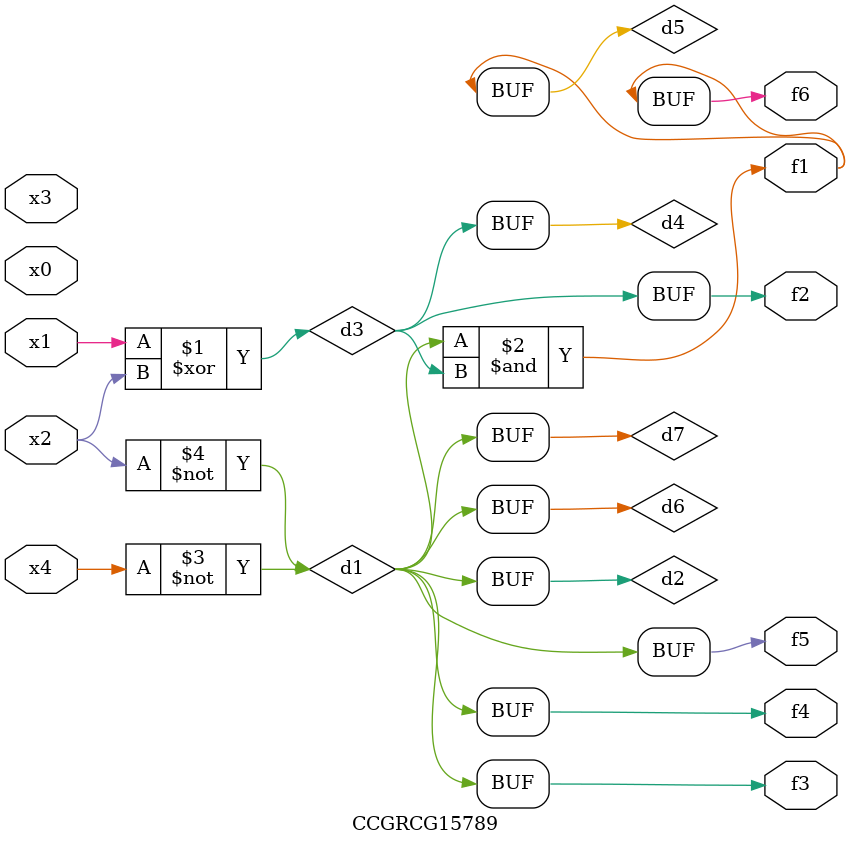
<source format=v>
module CCGRCG15789(
	input x0, x1, x2, x3, x4,
	output f1, f2, f3, f4, f5, f6
);

	wire d1, d2, d3, d4, d5, d6, d7;

	not (d1, x4);
	not (d2, x2);
	xor (d3, x1, x2);
	buf (d4, d3);
	and (d5, d1, d3);
	buf (d6, d1, d2);
	buf (d7, d2);
	assign f1 = d5;
	assign f2 = d4;
	assign f3 = d7;
	assign f4 = d7;
	assign f5 = d7;
	assign f6 = d5;
endmodule

</source>
